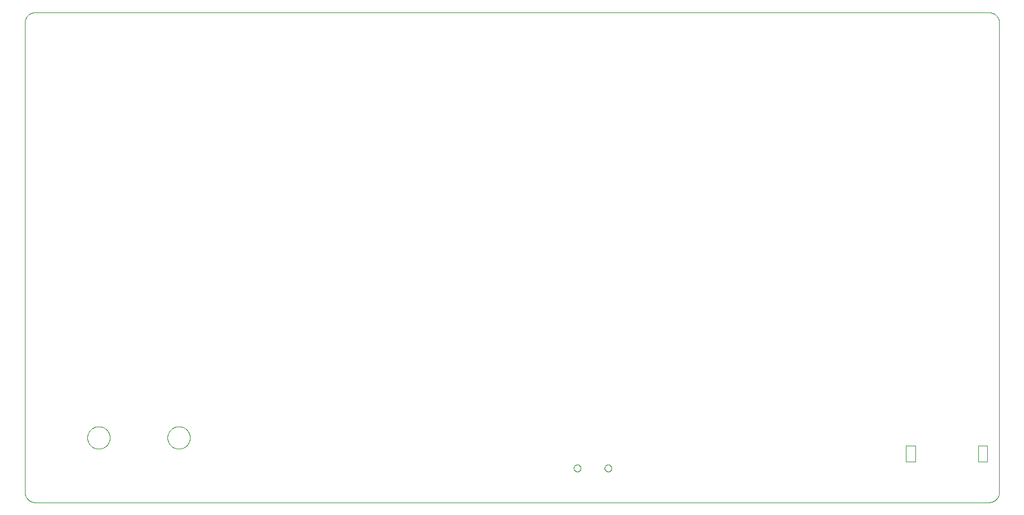
<source format=gko>
G75*
%MOIN*%
%OFA0B0*%
%FSLAX25Y25*%
%IPPOS*%
%LPD*%
%AMOC8*
5,1,8,0,0,1.08239X$1,22.5*
%
%ADD10C,0.00394*%
%ADD11C,0.00000*%
D10*
X0034258Y0154799D02*
X0569691Y0154799D01*
X0569843Y0154801D01*
X0569995Y0154807D01*
X0570147Y0154817D01*
X0570298Y0154830D01*
X0570449Y0154848D01*
X0570600Y0154869D01*
X0570750Y0154895D01*
X0570899Y0154924D01*
X0571048Y0154957D01*
X0571195Y0154994D01*
X0571342Y0155034D01*
X0571487Y0155079D01*
X0571631Y0155127D01*
X0571774Y0155179D01*
X0571916Y0155234D01*
X0572056Y0155293D01*
X0572195Y0155356D01*
X0572332Y0155422D01*
X0572467Y0155492D01*
X0572600Y0155565D01*
X0572731Y0155642D01*
X0572861Y0155722D01*
X0572988Y0155805D01*
X0573113Y0155891D01*
X0573236Y0155981D01*
X0573356Y0156074D01*
X0573474Y0156170D01*
X0573590Y0156269D01*
X0573703Y0156371D01*
X0573813Y0156475D01*
X0573921Y0156583D01*
X0574025Y0156693D01*
X0574127Y0156806D01*
X0574226Y0156922D01*
X0574322Y0157040D01*
X0574415Y0157160D01*
X0574505Y0157283D01*
X0574591Y0157408D01*
X0574674Y0157535D01*
X0574754Y0157665D01*
X0574831Y0157796D01*
X0574904Y0157929D01*
X0574974Y0158064D01*
X0575040Y0158201D01*
X0575103Y0158340D01*
X0575162Y0158480D01*
X0575217Y0158622D01*
X0575269Y0158765D01*
X0575317Y0158909D01*
X0575362Y0159054D01*
X0575402Y0159201D01*
X0575439Y0159348D01*
X0575472Y0159497D01*
X0575501Y0159646D01*
X0575527Y0159796D01*
X0575548Y0159947D01*
X0575566Y0160098D01*
X0575579Y0160249D01*
X0575589Y0160401D01*
X0575595Y0160553D01*
X0575597Y0160705D01*
X0575597Y0424484D01*
X0575595Y0424636D01*
X0575589Y0424788D01*
X0575579Y0424940D01*
X0575566Y0425091D01*
X0575548Y0425242D01*
X0575527Y0425393D01*
X0575501Y0425543D01*
X0575472Y0425692D01*
X0575439Y0425841D01*
X0575402Y0425988D01*
X0575362Y0426135D01*
X0575317Y0426280D01*
X0575269Y0426424D01*
X0575217Y0426567D01*
X0575162Y0426709D01*
X0575103Y0426849D01*
X0575040Y0426988D01*
X0574974Y0427125D01*
X0574904Y0427260D01*
X0574831Y0427393D01*
X0574754Y0427524D01*
X0574674Y0427654D01*
X0574591Y0427781D01*
X0574505Y0427906D01*
X0574415Y0428029D01*
X0574322Y0428149D01*
X0574226Y0428267D01*
X0574127Y0428383D01*
X0574025Y0428496D01*
X0573921Y0428606D01*
X0573813Y0428714D01*
X0573703Y0428818D01*
X0573590Y0428920D01*
X0573474Y0429019D01*
X0573356Y0429115D01*
X0573236Y0429208D01*
X0573113Y0429298D01*
X0572988Y0429384D01*
X0572861Y0429467D01*
X0572731Y0429547D01*
X0572600Y0429624D01*
X0572467Y0429697D01*
X0572332Y0429767D01*
X0572195Y0429833D01*
X0572056Y0429896D01*
X0571916Y0429955D01*
X0571774Y0430010D01*
X0571631Y0430062D01*
X0571487Y0430110D01*
X0571342Y0430155D01*
X0571195Y0430195D01*
X0571048Y0430232D01*
X0570899Y0430265D01*
X0570750Y0430294D01*
X0570600Y0430320D01*
X0570449Y0430341D01*
X0570298Y0430359D01*
X0570147Y0430372D01*
X0569995Y0430382D01*
X0569843Y0430388D01*
X0569691Y0430390D01*
X0034258Y0430390D01*
X0034106Y0430388D01*
X0033954Y0430382D01*
X0033802Y0430372D01*
X0033651Y0430359D01*
X0033500Y0430341D01*
X0033349Y0430320D01*
X0033199Y0430294D01*
X0033050Y0430265D01*
X0032901Y0430232D01*
X0032754Y0430195D01*
X0032607Y0430155D01*
X0032462Y0430110D01*
X0032318Y0430062D01*
X0032175Y0430010D01*
X0032033Y0429955D01*
X0031893Y0429896D01*
X0031754Y0429833D01*
X0031617Y0429767D01*
X0031482Y0429697D01*
X0031349Y0429624D01*
X0031218Y0429547D01*
X0031088Y0429467D01*
X0030961Y0429384D01*
X0030836Y0429298D01*
X0030713Y0429208D01*
X0030593Y0429115D01*
X0030475Y0429019D01*
X0030359Y0428920D01*
X0030246Y0428818D01*
X0030136Y0428714D01*
X0030028Y0428606D01*
X0029924Y0428496D01*
X0029822Y0428383D01*
X0029723Y0428267D01*
X0029627Y0428149D01*
X0029534Y0428029D01*
X0029444Y0427906D01*
X0029358Y0427781D01*
X0029275Y0427654D01*
X0029195Y0427524D01*
X0029118Y0427393D01*
X0029045Y0427260D01*
X0028975Y0427125D01*
X0028909Y0426988D01*
X0028846Y0426849D01*
X0028787Y0426709D01*
X0028732Y0426567D01*
X0028680Y0426424D01*
X0028632Y0426280D01*
X0028587Y0426135D01*
X0028547Y0425988D01*
X0028510Y0425841D01*
X0028477Y0425692D01*
X0028448Y0425543D01*
X0028422Y0425393D01*
X0028401Y0425242D01*
X0028383Y0425091D01*
X0028370Y0424940D01*
X0028360Y0424788D01*
X0028354Y0424636D01*
X0028352Y0424484D01*
X0028353Y0424484D02*
X0028353Y0160705D01*
X0028352Y0160705D02*
X0028354Y0160553D01*
X0028360Y0160401D01*
X0028370Y0160249D01*
X0028383Y0160098D01*
X0028401Y0159947D01*
X0028422Y0159796D01*
X0028448Y0159646D01*
X0028477Y0159497D01*
X0028510Y0159348D01*
X0028547Y0159201D01*
X0028587Y0159054D01*
X0028632Y0158909D01*
X0028680Y0158765D01*
X0028732Y0158622D01*
X0028787Y0158480D01*
X0028846Y0158340D01*
X0028909Y0158201D01*
X0028975Y0158064D01*
X0029045Y0157929D01*
X0029118Y0157796D01*
X0029195Y0157665D01*
X0029275Y0157535D01*
X0029358Y0157408D01*
X0029444Y0157283D01*
X0029534Y0157160D01*
X0029627Y0157040D01*
X0029723Y0156922D01*
X0029822Y0156806D01*
X0029924Y0156693D01*
X0030028Y0156583D01*
X0030136Y0156475D01*
X0030246Y0156371D01*
X0030359Y0156269D01*
X0030475Y0156170D01*
X0030593Y0156074D01*
X0030713Y0155981D01*
X0030836Y0155891D01*
X0030961Y0155805D01*
X0031088Y0155722D01*
X0031218Y0155642D01*
X0031349Y0155565D01*
X0031482Y0155492D01*
X0031617Y0155422D01*
X0031754Y0155356D01*
X0031893Y0155293D01*
X0032033Y0155234D01*
X0032175Y0155179D01*
X0032318Y0155127D01*
X0032462Y0155079D01*
X0032607Y0155034D01*
X0032754Y0154994D01*
X0032901Y0154957D01*
X0033050Y0154924D01*
X0033199Y0154895D01*
X0033349Y0154869D01*
X0033500Y0154848D01*
X0033651Y0154830D01*
X0033802Y0154817D01*
X0033954Y0154807D01*
X0034106Y0154801D01*
X0034258Y0154799D01*
X0523235Y0177634D02*
X0528353Y0177634D01*
X0528353Y0186689D01*
X0523235Y0186689D01*
X0523235Y0177634D01*
X0563786Y0177634D02*
X0568904Y0177634D01*
X0568904Y0186689D01*
X0563786Y0186689D01*
X0563786Y0177634D01*
D11*
X0353943Y0174091D02*
X0353945Y0174179D01*
X0353951Y0174267D01*
X0353961Y0174355D01*
X0353975Y0174443D01*
X0353992Y0174529D01*
X0354014Y0174615D01*
X0354039Y0174699D01*
X0354069Y0174783D01*
X0354101Y0174865D01*
X0354138Y0174945D01*
X0354178Y0175024D01*
X0354222Y0175101D01*
X0354269Y0175176D01*
X0354319Y0175248D01*
X0354373Y0175319D01*
X0354429Y0175386D01*
X0354489Y0175452D01*
X0354551Y0175514D01*
X0354617Y0175574D01*
X0354684Y0175630D01*
X0354755Y0175684D01*
X0354827Y0175734D01*
X0354902Y0175781D01*
X0354979Y0175825D01*
X0355058Y0175865D01*
X0355138Y0175902D01*
X0355220Y0175934D01*
X0355304Y0175964D01*
X0355388Y0175989D01*
X0355474Y0176011D01*
X0355560Y0176028D01*
X0355648Y0176042D01*
X0355736Y0176052D01*
X0355824Y0176058D01*
X0355912Y0176060D01*
X0356000Y0176058D01*
X0356088Y0176052D01*
X0356176Y0176042D01*
X0356264Y0176028D01*
X0356350Y0176011D01*
X0356436Y0175989D01*
X0356520Y0175964D01*
X0356604Y0175934D01*
X0356686Y0175902D01*
X0356766Y0175865D01*
X0356845Y0175825D01*
X0356922Y0175781D01*
X0356997Y0175734D01*
X0357069Y0175684D01*
X0357140Y0175630D01*
X0357207Y0175574D01*
X0357273Y0175514D01*
X0357335Y0175452D01*
X0357395Y0175386D01*
X0357451Y0175319D01*
X0357505Y0175248D01*
X0357555Y0175176D01*
X0357602Y0175101D01*
X0357646Y0175024D01*
X0357686Y0174945D01*
X0357723Y0174865D01*
X0357755Y0174783D01*
X0357785Y0174699D01*
X0357810Y0174615D01*
X0357832Y0174529D01*
X0357849Y0174443D01*
X0357863Y0174355D01*
X0357873Y0174267D01*
X0357879Y0174179D01*
X0357881Y0174091D01*
X0357879Y0174003D01*
X0357873Y0173915D01*
X0357863Y0173827D01*
X0357849Y0173739D01*
X0357832Y0173653D01*
X0357810Y0173567D01*
X0357785Y0173483D01*
X0357755Y0173399D01*
X0357723Y0173317D01*
X0357686Y0173237D01*
X0357646Y0173158D01*
X0357602Y0173081D01*
X0357555Y0173006D01*
X0357505Y0172934D01*
X0357451Y0172863D01*
X0357395Y0172796D01*
X0357335Y0172730D01*
X0357273Y0172668D01*
X0357207Y0172608D01*
X0357140Y0172552D01*
X0357069Y0172498D01*
X0356997Y0172448D01*
X0356922Y0172401D01*
X0356845Y0172357D01*
X0356766Y0172317D01*
X0356686Y0172280D01*
X0356604Y0172248D01*
X0356520Y0172218D01*
X0356436Y0172193D01*
X0356350Y0172171D01*
X0356264Y0172154D01*
X0356176Y0172140D01*
X0356088Y0172130D01*
X0356000Y0172124D01*
X0355912Y0172122D01*
X0355824Y0172124D01*
X0355736Y0172130D01*
X0355648Y0172140D01*
X0355560Y0172154D01*
X0355474Y0172171D01*
X0355388Y0172193D01*
X0355304Y0172218D01*
X0355220Y0172248D01*
X0355138Y0172280D01*
X0355058Y0172317D01*
X0354979Y0172357D01*
X0354902Y0172401D01*
X0354827Y0172448D01*
X0354755Y0172498D01*
X0354684Y0172552D01*
X0354617Y0172608D01*
X0354551Y0172668D01*
X0354489Y0172730D01*
X0354429Y0172796D01*
X0354373Y0172863D01*
X0354319Y0172934D01*
X0354269Y0173006D01*
X0354222Y0173081D01*
X0354178Y0173158D01*
X0354138Y0173237D01*
X0354101Y0173317D01*
X0354069Y0173399D01*
X0354039Y0173483D01*
X0354014Y0173567D01*
X0353992Y0173653D01*
X0353975Y0173739D01*
X0353961Y0173827D01*
X0353951Y0173915D01*
X0353945Y0174003D01*
X0353943Y0174091D01*
X0336620Y0174091D02*
X0336622Y0174179D01*
X0336628Y0174267D01*
X0336638Y0174355D01*
X0336652Y0174443D01*
X0336669Y0174529D01*
X0336691Y0174615D01*
X0336716Y0174699D01*
X0336746Y0174783D01*
X0336778Y0174865D01*
X0336815Y0174945D01*
X0336855Y0175024D01*
X0336899Y0175101D01*
X0336946Y0175176D01*
X0336996Y0175248D01*
X0337050Y0175319D01*
X0337106Y0175386D01*
X0337166Y0175452D01*
X0337228Y0175514D01*
X0337294Y0175574D01*
X0337361Y0175630D01*
X0337432Y0175684D01*
X0337504Y0175734D01*
X0337579Y0175781D01*
X0337656Y0175825D01*
X0337735Y0175865D01*
X0337815Y0175902D01*
X0337897Y0175934D01*
X0337981Y0175964D01*
X0338065Y0175989D01*
X0338151Y0176011D01*
X0338237Y0176028D01*
X0338325Y0176042D01*
X0338413Y0176052D01*
X0338501Y0176058D01*
X0338589Y0176060D01*
X0338677Y0176058D01*
X0338765Y0176052D01*
X0338853Y0176042D01*
X0338941Y0176028D01*
X0339027Y0176011D01*
X0339113Y0175989D01*
X0339197Y0175964D01*
X0339281Y0175934D01*
X0339363Y0175902D01*
X0339443Y0175865D01*
X0339522Y0175825D01*
X0339599Y0175781D01*
X0339674Y0175734D01*
X0339746Y0175684D01*
X0339817Y0175630D01*
X0339884Y0175574D01*
X0339950Y0175514D01*
X0340012Y0175452D01*
X0340072Y0175386D01*
X0340128Y0175319D01*
X0340182Y0175248D01*
X0340232Y0175176D01*
X0340279Y0175101D01*
X0340323Y0175024D01*
X0340363Y0174945D01*
X0340400Y0174865D01*
X0340432Y0174783D01*
X0340462Y0174699D01*
X0340487Y0174615D01*
X0340509Y0174529D01*
X0340526Y0174443D01*
X0340540Y0174355D01*
X0340550Y0174267D01*
X0340556Y0174179D01*
X0340558Y0174091D01*
X0340556Y0174003D01*
X0340550Y0173915D01*
X0340540Y0173827D01*
X0340526Y0173739D01*
X0340509Y0173653D01*
X0340487Y0173567D01*
X0340462Y0173483D01*
X0340432Y0173399D01*
X0340400Y0173317D01*
X0340363Y0173237D01*
X0340323Y0173158D01*
X0340279Y0173081D01*
X0340232Y0173006D01*
X0340182Y0172934D01*
X0340128Y0172863D01*
X0340072Y0172796D01*
X0340012Y0172730D01*
X0339950Y0172668D01*
X0339884Y0172608D01*
X0339817Y0172552D01*
X0339746Y0172498D01*
X0339674Y0172448D01*
X0339599Y0172401D01*
X0339522Y0172357D01*
X0339443Y0172317D01*
X0339363Y0172280D01*
X0339281Y0172248D01*
X0339197Y0172218D01*
X0339113Y0172193D01*
X0339027Y0172171D01*
X0338941Y0172154D01*
X0338853Y0172140D01*
X0338765Y0172130D01*
X0338677Y0172124D01*
X0338589Y0172122D01*
X0338501Y0172124D01*
X0338413Y0172130D01*
X0338325Y0172140D01*
X0338237Y0172154D01*
X0338151Y0172171D01*
X0338065Y0172193D01*
X0337981Y0172218D01*
X0337897Y0172248D01*
X0337815Y0172280D01*
X0337735Y0172317D01*
X0337656Y0172357D01*
X0337579Y0172401D01*
X0337504Y0172448D01*
X0337432Y0172498D01*
X0337361Y0172552D01*
X0337294Y0172608D01*
X0337228Y0172668D01*
X0337166Y0172730D01*
X0337106Y0172796D01*
X0337050Y0172863D01*
X0336996Y0172934D01*
X0336946Y0173006D01*
X0336899Y0173081D01*
X0336855Y0173158D01*
X0336815Y0173237D01*
X0336778Y0173317D01*
X0336746Y0173399D01*
X0336716Y0173483D01*
X0336691Y0173567D01*
X0336669Y0173653D01*
X0336652Y0173739D01*
X0336638Y0173827D01*
X0336628Y0173915D01*
X0336622Y0174003D01*
X0336620Y0174091D01*
X0108530Y0191217D02*
X0108532Y0191375D01*
X0108538Y0191533D01*
X0108548Y0191691D01*
X0108562Y0191849D01*
X0108580Y0192006D01*
X0108601Y0192163D01*
X0108627Y0192319D01*
X0108657Y0192475D01*
X0108690Y0192630D01*
X0108728Y0192783D01*
X0108769Y0192936D01*
X0108814Y0193088D01*
X0108863Y0193239D01*
X0108916Y0193388D01*
X0108972Y0193536D01*
X0109032Y0193682D01*
X0109096Y0193827D01*
X0109164Y0193970D01*
X0109235Y0194112D01*
X0109309Y0194252D01*
X0109387Y0194389D01*
X0109469Y0194525D01*
X0109553Y0194659D01*
X0109642Y0194790D01*
X0109733Y0194919D01*
X0109828Y0195046D01*
X0109925Y0195171D01*
X0110026Y0195293D01*
X0110130Y0195412D01*
X0110237Y0195529D01*
X0110347Y0195643D01*
X0110460Y0195754D01*
X0110575Y0195863D01*
X0110693Y0195968D01*
X0110814Y0196070D01*
X0110937Y0196170D01*
X0111063Y0196266D01*
X0111191Y0196359D01*
X0111321Y0196449D01*
X0111454Y0196535D01*
X0111589Y0196619D01*
X0111725Y0196698D01*
X0111864Y0196775D01*
X0112005Y0196847D01*
X0112147Y0196917D01*
X0112291Y0196982D01*
X0112437Y0197044D01*
X0112584Y0197102D01*
X0112733Y0197157D01*
X0112883Y0197208D01*
X0113034Y0197255D01*
X0113186Y0197298D01*
X0113339Y0197337D01*
X0113494Y0197373D01*
X0113649Y0197404D01*
X0113805Y0197432D01*
X0113961Y0197456D01*
X0114118Y0197476D01*
X0114276Y0197492D01*
X0114433Y0197504D01*
X0114592Y0197512D01*
X0114750Y0197516D01*
X0114908Y0197516D01*
X0115066Y0197512D01*
X0115225Y0197504D01*
X0115382Y0197492D01*
X0115540Y0197476D01*
X0115697Y0197456D01*
X0115853Y0197432D01*
X0116009Y0197404D01*
X0116164Y0197373D01*
X0116319Y0197337D01*
X0116472Y0197298D01*
X0116624Y0197255D01*
X0116775Y0197208D01*
X0116925Y0197157D01*
X0117074Y0197102D01*
X0117221Y0197044D01*
X0117367Y0196982D01*
X0117511Y0196917D01*
X0117653Y0196847D01*
X0117794Y0196775D01*
X0117933Y0196698D01*
X0118069Y0196619D01*
X0118204Y0196535D01*
X0118337Y0196449D01*
X0118467Y0196359D01*
X0118595Y0196266D01*
X0118721Y0196170D01*
X0118844Y0196070D01*
X0118965Y0195968D01*
X0119083Y0195863D01*
X0119198Y0195754D01*
X0119311Y0195643D01*
X0119421Y0195529D01*
X0119528Y0195412D01*
X0119632Y0195293D01*
X0119733Y0195171D01*
X0119830Y0195046D01*
X0119925Y0194919D01*
X0120016Y0194790D01*
X0120105Y0194659D01*
X0120189Y0194525D01*
X0120271Y0194389D01*
X0120349Y0194252D01*
X0120423Y0194112D01*
X0120494Y0193970D01*
X0120562Y0193827D01*
X0120626Y0193682D01*
X0120686Y0193536D01*
X0120742Y0193388D01*
X0120795Y0193239D01*
X0120844Y0193088D01*
X0120889Y0192936D01*
X0120930Y0192783D01*
X0120968Y0192630D01*
X0121001Y0192475D01*
X0121031Y0192319D01*
X0121057Y0192163D01*
X0121078Y0192006D01*
X0121096Y0191849D01*
X0121110Y0191691D01*
X0121120Y0191533D01*
X0121126Y0191375D01*
X0121128Y0191217D01*
X0121126Y0191059D01*
X0121120Y0190901D01*
X0121110Y0190743D01*
X0121096Y0190585D01*
X0121078Y0190428D01*
X0121057Y0190271D01*
X0121031Y0190115D01*
X0121001Y0189959D01*
X0120968Y0189804D01*
X0120930Y0189651D01*
X0120889Y0189498D01*
X0120844Y0189346D01*
X0120795Y0189195D01*
X0120742Y0189046D01*
X0120686Y0188898D01*
X0120626Y0188752D01*
X0120562Y0188607D01*
X0120494Y0188464D01*
X0120423Y0188322D01*
X0120349Y0188182D01*
X0120271Y0188045D01*
X0120189Y0187909D01*
X0120105Y0187775D01*
X0120016Y0187644D01*
X0119925Y0187515D01*
X0119830Y0187388D01*
X0119733Y0187263D01*
X0119632Y0187141D01*
X0119528Y0187022D01*
X0119421Y0186905D01*
X0119311Y0186791D01*
X0119198Y0186680D01*
X0119083Y0186571D01*
X0118965Y0186466D01*
X0118844Y0186364D01*
X0118721Y0186264D01*
X0118595Y0186168D01*
X0118467Y0186075D01*
X0118337Y0185985D01*
X0118204Y0185899D01*
X0118069Y0185815D01*
X0117933Y0185736D01*
X0117794Y0185659D01*
X0117653Y0185587D01*
X0117511Y0185517D01*
X0117367Y0185452D01*
X0117221Y0185390D01*
X0117074Y0185332D01*
X0116925Y0185277D01*
X0116775Y0185226D01*
X0116624Y0185179D01*
X0116472Y0185136D01*
X0116319Y0185097D01*
X0116164Y0185061D01*
X0116009Y0185030D01*
X0115853Y0185002D01*
X0115697Y0184978D01*
X0115540Y0184958D01*
X0115382Y0184942D01*
X0115225Y0184930D01*
X0115066Y0184922D01*
X0114908Y0184918D01*
X0114750Y0184918D01*
X0114592Y0184922D01*
X0114433Y0184930D01*
X0114276Y0184942D01*
X0114118Y0184958D01*
X0113961Y0184978D01*
X0113805Y0185002D01*
X0113649Y0185030D01*
X0113494Y0185061D01*
X0113339Y0185097D01*
X0113186Y0185136D01*
X0113034Y0185179D01*
X0112883Y0185226D01*
X0112733Y0185277D01*
X0112584Y0185332D01*
X0112437Y0185390D01*
X0112291Y0185452D01*
X0112147Y0185517D01*
X0112005Y0185587D01*
X0111864Y0185659D01*
X0111725Y0185736D01*
X0111589Y0185815D01*
X0111454Y0185899D01*
X0111321Y0185985D01*
X0111191Y0186075D01*
X0111063Y0186168D01*
X0110937Y0186264D01*
X0110814Y0186364D01*
X0110693Y0186466D01*
X0110575Y0186571D01*
X0110460Y0186680D01*
X0110347Y0186791D01*
X0110237Y0186905D01*
X0110130Y0187022D01*
X0110026Y0187141D01*
X0109925Y0187263D01*
X0109828Y0187388D01*
X0109733Y0187515D01*
X0109642Y0187644D01*
X0109553Y0187775D01*
X0109469Y0187909D01*
X0109387Y0188045D01*
X0109309Y0188182D01*
X0109235Y0188322D01*
X0109164Y0188464D01*
X0109096Y0188607D01*
X0109032Y0188752D01*
X0108972Y0188898D01*
X0108916Y0189046D01*
X0108863Y0189195D01*
X0108814Y0189346D01*
X0108769Y0189498D01*
X0108728Y0189651D01*
X0108690Y0189804D01*
X0108657Y0189959D01*
X0108627Y0190115D01*
X0108601Y0190271D01*
X0108580Y0190428D01*
X0108562Y0190585D01*
X0108548Y0190743D01*
X0108538Y0190901D01*
X0108532Y0191059D01*
X0108530Y0191217D01*
X0063530Y0191217D02*
X0063532Y0191375D01*
X0063538Y0191533D01*
X0063548Y0191691D01*
X0063562Y0191849D01*
X0063580Y0192006D01*
X0063601Y0192163D01*
X0063627Y0192319D01*
X0063657Y0192475D01*
X0063690Y0192630D01*
X0063728Y0192783D01*
X0063769Y0192936D01*
X0063814Y0193088D01*
X0063863Y0193239D01*
X0063916Y0193388D01*
X0063972Y0193536D01*
X0064032Y0193682D01*
X0064096Y0193827D01*
X0064164Y0193970D01*
X0064235Y0194112D01*
X0064309Y0194252D01*
X0064387Y0194389D01*
X0064469Y0194525D01*
X0064553Y0194659D01*
X0064642Y0194790D01*
X0064733Y0194919D01*
X0064828Y0195046D01*
X0064925Y0195171D01*
X0065026Y0195293D01*
X0065130Y0195412D01*
X0065237Y0195529D01*
X0065347Y0195643D01*
X0065460Y0195754D01*
X0065575Y0195863D01*
X0065693Y0195968D01*
X0065814Y0196070D01*
X0065937Y0196170D01*
X0066063Y0196266D01*
X0066191Y0196359D01*
X0066321Y0196449D01*
X0066454Y0196535D01*
X0066589Y0196619D01*
X0066725Y0196698D01*
X0066864Y0196775D01*
X0067005Y0196847D01*
X0067147Y0196917D01*
X0067291Y0196982D01*
X0067437Y0197044D01*
X0067584Y0197102D01*
X0067733Y0197157D01*
X0067883Y0197208D01*
X0068034Y0197255D01*
X0068186Y0197298D01*
X0068339Y0197337D01*
X0068494Y0197373D01*
X0068649Y0197404D01*
X0068805Y0197432D01*
X0068961Y0197456D01*
X0069118Y0197476D01*
X0069276Y0197492D01*
X0069433Y0197504D01*
X0069592Y0197512D01*
X0069750Y0197516D01*
X0069908Y0197516D01*
X0070066Y0197512D01*
X0070225Y0197504D01*
X0070382Y0197492D01*
X0070540Y0197476D01*
X0070697Y0197456D01*
X0070853Y0197432D01*
X0071009Y0197404D01*
X0071164Y0197373D01*
X0071319Y0197337D01*
X0071472Y0197298D01*
X0071624Y0197255D01*
X0071775Y0197208D01*
X0071925Y0197157D01*
X0072074Y0197102D01*
X0072221Y0197044D01*
X0072367Y0196982D01*
X0072511Y0196917D01*
X0072653Y0196847D01*
X0072794Y0196775D01*
X0072933Y0196698D01*
X0073069Y0196619D01*
X0073204Y0196535D01*
X0073337Y0196449D01*
X0073467Y0196359D01*
X0073595Y0196266D01*
X0073721Y0196170D01*
X0073844Y0196070D01*
X0073965Y0195968D01*
X0074083Y0195863D01*
X0074198Y0195754D01*
X0074311Y0195643D01*
X0074421Y0195529D01*
X0074528Y0195412D01*
X0074632Y0195293D01*
X0074733Y0195171D01*
X0074830Y0195046D01*
X0074925Y0194919D01*
X0075016Y0194790D01*
X0075105Y0194659D01*
X0075189Y0194525D01*
X0075271Y0194389D01*
X0075349Y0194252D01*
X0075423Y0194112D01*
X0075494Y0193970D01*
X0075562Y0193827D01*
X0075626Y0193682D01*
X0075686Y0193536D01*
X0075742Y0193388D01*
X0075795Y0193239D01*
X0075844Y0193088D01*
X0075889Y0192936D01*
X0075930Y0192783D01*
X0075968Y0192630D01*
X0076001Y0192475D01*
X0076031Y0192319D01*
X0076057Y0192163D01*
X0076078Y0192006D01*
X0076096Y0191849D01*
X0076110Y0191691D01*
X0076120Y0191533D01*
X0076126Y0191375D01*
X0076128Y0191217D01*
X0076126Y0191059D01*
X0076120Y0190901D01*
X0076110Y0190743D01*
X0076096Y0190585D01*
X0076078Y0190428D01*
X0076057Y0190271D01*
X0076031Y0190115D01*
X0076001Y0189959D01*
X0075968Y0189804D01*
X0075930Y0189651D01*
X0075889Y0189498D01*
X0075844Y0189346D01*
X0075795Y0189195D01*
X0075742Y0189046D01*
X0075686Y0188898D01*
X0075626Y0188752D01*
X0075562Y0188607D01*
X0075494Y0188464D01*
X0075423Y0188322D01*
X0075349Y0188182D01*
X0075271Y0188045D01*
X0075189Y0187909D01*
X0075105Y0187775D01*
X0075016Y0187644D01*
X0074925Y0187515D01*
X0074830Y0187388D01*
X0074733Y0187263D01*
X0074632Y0187141D01*
X0074528Y0187022D01*
X0074421Y0186905D01*
X0074311Y0186791D01*
X0074198Y0186680D01*
X0074083Y0186571D01*
X0073965Y0186466D01*
X0073844Y0186364D01*
X0073721Y0186264D01*
X0073595Y0186168D01*
X0073467Y0186075D01*
X0073337Y0185985D01*
X0073204Y0185899D01*
X0073069Y0185815D01*
X0072933Y0185736D01*
X0072794Y0185659D01*
X0072653Y0185587D01*
X0072511Y0185517D01*
X0072367Y0185452D01*
X0072221Y0185390D01*
X0072074Y0185332D01*
X0071925Y0185277D01*
X0071775Y0185226D01*
X0071624Y0185179D01*
X0071472Y0185136D01*
X0071319Y0185097D01*
X0071164Y0185061D01*
X0071009Y0185030D01*
X0070853Y0185002D01*
X0070697Y0184978D01*
X0070540Y0184958D01*
X0070382Y0184942D01*
X0070225Y0184930D01*
X0070066Y0184922D01*
X0069908Y0184918D01*
X0069750Y0184918D01*
X0069592Y0184922D01*
X0069433Y0184930D01*
X0069276Y0184942D01*
X0069118Y0184958D01*
X0068961Y0184978D01*
X0068805Y0185002D01*
X0068649Y0185030D01*
X0068494Y0185061D01*
X0068339Y0185097D01*
X0068186Y0185136D01*
X0068034Y0185179D01*
X0067883Y0185226D01*
X0067733Y0185277D01*
X0067584Y0185332D01*
X0067437Y0185390D01*
X0067291Y0185452D01*
X0067147Y0185517D01*
X0067005Y0185587D01*
X0066864Y0185659D01*
X0066725Y0185736D01*
X0066589Y0185815D01*
X0066454Y0185899D01*
X0066321Y0185985D01*
X0066191Y0186075D01*
X0066063Y0186168D01*
X0065937Y0186264D01*
X0065814Y0186364D01*
X0065693Y0186466D01*
X0065575Y0186571D01*
X0065460Y0186680D01*
X0065347Y0186791D01*
X0065237Y0186905D01*
X0065130Y0187022D01*
X0065026Y0187141D01*
X0064925Y0187263D01*
X0064828Y0187388D01*
X0064733Y0187515D01*
X0064642Y0187644D01*
X0064553Y0187775D01*
X0064469Y0187909D01*
X0064387Y0188045D01*
X0064309Y0188182D01*
X0064235Y0188322D01*
X0064164Y0188464D01*
X0064096Y0188607D01*
X0064032Y0188752D01*
X0063972Y0188898D01*
X0063916Y0189046D01*
X0063863Y0189195D01*
X0063814Y0189346D01*
X0063769Y0189498D01*
X0063728Y0189651D01*
X0063690Y0189804D01*
X0063657Y0189959D01*
X0063627Y0190115D01*
X0063601Y0190271D01*
X0063580Y0190428D01*
X0063562Y0190585D01*
X0063548Y0190743D01*
X0063538Y0190901D01*
X0063532Y0191059D01*
X0063530Y0191217D01*
M02*

</source>
